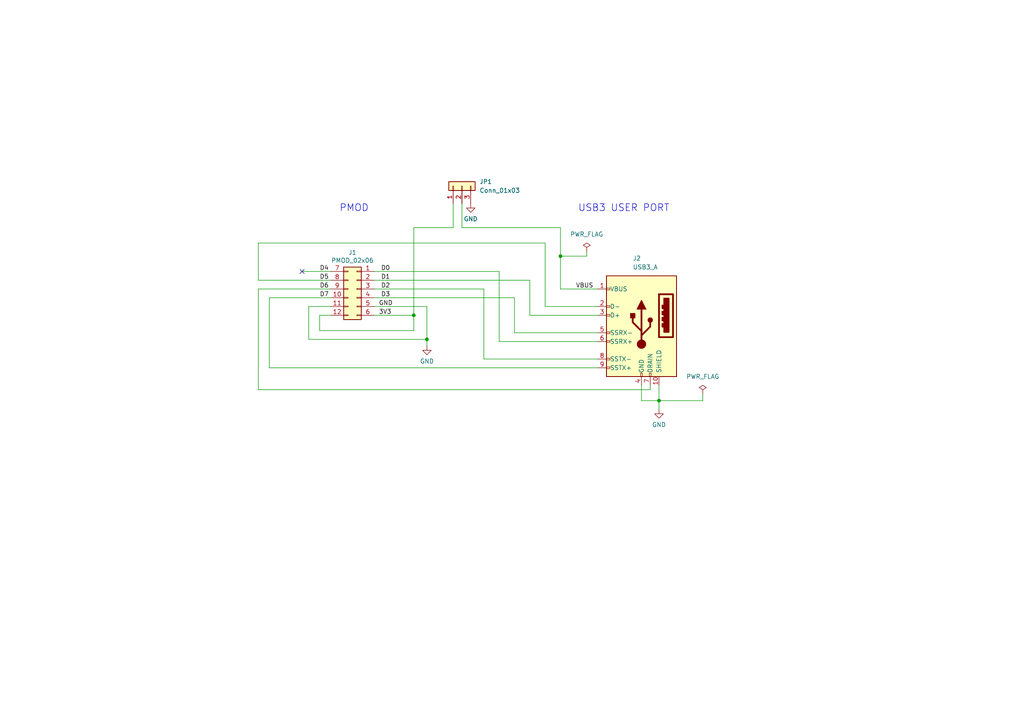
<source format=kicad_sch>
(kicad_sch (version 20211123) (generator eeschema)
  (paper "A4")
  (title_block (title "Pmod / USB3 adapters") (date "2023-02-25") (rev "${VERSION}") (comment 2 "2023 @somhi <@somhic at telegram>") (comment 3 "License: CC-BY-SA 4.0"))
  (lib_symbols
    (symbol "Connector:USB3_A" (pin_names (offset 1.016))
      (property "Reference" "J" (at -10.16 15.24 0))
      (property "Value" "USB3_A" (at 10.16 15.24 0))
      (symbol "USB3_A_0_0"
        (rectangle (start -9.144 8.636) (end -5.08 -3.81) (stroke (width 0.508)))
        (rectangle (start -7.874 7.366) (end -6.604 -2.286) (stroke (width 0.508)) (fill (type outline)))
        (rectangle (start -6.35 0) (end -6.096 -0.762) (stroke (width 0.508)))
        (rectangle (start -6.35 1.778) (end -6.096 1.016) (stroke (width 0.508)))
        (rectangle (start -6.35 3.556) (end -6.096 2.794) (stroke (width 0.508)))
        (rectangle (start -6.35 5.334) (end -6.096 4.572) (stroke (width 0.508)))
        (rectangle (start -2.794 -15.24) (end -2.286 -14.224))
        (rectangle (start -0.254 -15.24) (end 0.254 -14.224))
        (rectangle (start 10.16 -12.446) (end 9.144 -12.954))
        (rectangle (start 10.16 -9.906) (end 9.144 -10.414))
        (rectangle (start 10.16 -4.826) (end 9.144 -5.334))
        (rectangle (start 10.16 -2.286) (end 9.144 -2.794))
        (rectangle (start 10.16 2.794) (end 9.144 2.286))
        (rectangle (start 10.16 5.334) (end 9.144 4.826))
        (rectangle (start 10.16 10.414) (end 9.144 9.906))
      )
      (symbol "USB3_A_0_1"
        (rectangle (start -10.16 13.97) (end 10.16 -15.24) (stroke (width 0.254)) (fill (type background)))
      )
      (symbol "USB3_A_1_1"
        (circle (center -2.54 1.143) (radius 0.635) (stroke (width 0.254)) (fill (type outline)))
        (circle (center 0 -5.842) (radius 1.27) (fill (type outline)))
        (polyline (pts (xy 0 -5.842) (xy 0 4.318)) (stroke (width 0.508)))
        (polyline (pts (xy 0 -3.302) (xy -2.54 -0.762) (xy -2.54 0.508)) (stroke (width 0.508)))
        (polyline (pts (xy 0 -2.032) (xy 2.54 0.508) (xy 2.54 1.778)) (stroke (width 0.508)))
        (polyline (pts (xy -1.27 4.318) (xy 0 6.858) (xy 1.27 4.318) (xy -1.27 4.318)) (stroke (width 0.254)) (fill (type outline)))
        (rectangle (start 1.905 1.778) (end 3.175 3.048) (stroke (width 0.254)) (fill (type outline)))
        (pin power_in line (at 12.7 10.16 180) (length 2.54) (name "VBUS") (number "1"))
        (pin passive line (at -5.08 -17.78 90) (length 2.54) (name "SHIELD") (number "10"))
        (pin bidirectional line (at 12.7 5.08 180) (length 2.54) (name "D-") (number "2"))
        (pin bidirectional line (at 12.7 2.54 180) (length 2.54) (name "D+") (number "3"))
        (pin power_in line (at 0 -17.78 90) (length 2.54) (name "GND") (number "4"))
        (pin output line (at 12.7 -2.54 180) (length 2.54) (name "SSRX-") (number "5"))
        (pin output line (at 12.7 -5.08 180) (length 2.54) (name "SSRX+") (number "6"))
        (pin passive line (at -2.54 -17.78 90) (length 2.54) (name "DRAIN") (number "7"))
        (pin input line (at 12.7 -10.16 180) (length 2.54) (name "SSTX-") (number "8"))
        (pin input line (at 12.7 -12.7 180) (length 2.54) (name "SSTX+") (number "9"))
      )
    )
    (symbol "Connector_Generic:Conn_01x03" (pin_names (offset 1.016) hide)
      (property "Reference" "J" (at 0 5.08 0))
      (property "Value" "Conn_01x03" (at 0 -5.08 0))
      (symbol "Conn_01x03_1_1"
        (rectangle (start -1.27 -2.413) (end 0 -2.667) (stroke (width 0.1524)))
        (rectangle (start -1.27 0.127) (end 0 -0.127) (stroke (width 0.1524)))
        (rectangle (start -1.27 2.667) (end 0 2.413) (stroke (width 0.1524)))
        (rectangle (start -1.27 3.81) (end 1.27 -3.81) (stroke (width 0.254)) (fill (type background)))
        (pin passive line (at -5.08 2.54 0) (length 3.81) (name "Pin_1") (number "1"))
        (pin passive line (at -5.08 0 0) (length 3.81) (name "Pin_2") (number "2"))
        (pin passive line (at -5.08 -2.54 0) (length 3.81) (name "Pin_3") (number "3"))
      )
    )
    (symbol "Connector_Generic:Conn_02x06_Top_Bottom" (pin_names (offset 1.016) hide)
      (property "Reference" "J" (at 1.27 7.62 0))
      (property "Value" "Conn_02x06_Top_Bottom" (at 1.27 -10.16 0))
      (symbol "Conn_02x06_Top_Bottom_1_1"
        (rectangle (start -1.27 -7.493) (end 0 -7.747) (stroke (width 0.1524)))
        (rectangle (start -1.27 -4.953) (end 0 -5.207) (stroke (width 0.1524)))
        (rectangle (start -1.27 -2.413) (end 0 -2.667) (stroke (width 0.1524)))
        (rectangle (start -1.27 0.127) (end 0 -0.127) (stroke (width 0.1524)))
        (rectangle (start -1.27 2.667) (end 0 2.413) (stroke (width 0.1524)))
        (rectangle (start -1.27 5.207) (end 0 4.953) (stroke (width 0.1524)))
        (rectangle (start -1.27 6.35) (end 3.81 -8.89) (stroke (width 0.254)) (fill (type background)))
        (rectangle (start 3.81 -7.493) (end 2.54 -7.747) (stroke (width 0.1524)))
        (rectangle (start 3.81 -4.953) (end 2.54 -5.207) (stroke (width 0.1524)))
        (rectangle (start 3.81 -2.413) (end 2.54 -2.667) (stroke (width 0.1524)))
        (rectangle (start 3.81 0.127) (end 2.54 -0.127) (stroke (width 0.1524)))
        (rectangle (start 3.81 2.667) (end 2.54 2.413) (stroke (width 0.1524)))
        (rectangle (start 3.81 5.207) (end 2.54 4.953) (stroke (width 0.1524)))
        (pin passive line (at -5.08 5.08 0) (length 3.81) (name "Pin_1") (number "1"))
        (pin passive line (at 7.62 -2.54 180) (length 3.81) (name "Pin_10") (number "10"))
        (pin passive line (at 7.62 -5.08 180) (length 3.81) (name "Pin_11") (number "11"))
        (pin passive line (at 7.62 -7.62 180) (length 3.81) (name "Pin_12") (number "12"))
        (pin passive line (at -5.08 2.54 0) (length 3.81) (name "Pin_2") (number "2"))
        (pin passive line (at -5.08 0 0) (length 3.81) (name "Pin_3") (number "3"))
        (pin passive line (at -5.08 -2.54 0) (length 3.81) (name "Pin_4") (number "4"))
        (pin passive line (at -5.08 -5.08 0) (length 3.81) (name "Pin_5") (number "5"))
        (pin passive line (at -5.08 -7.62 0) (length 3.81) (name "Pin_6") (number "6"))
        (pin passive line (at 7.62 5.08 180) (length 3.81) (name "Pin_7") (number "7"))
        (pin passive line (at 7.62 2.54 180) (length 3.81) (name "Pin_8") (number "8"))
        (pin passive line (at 7.62 0 180) (length 3.81) (name "Pin_9") (number "9"))
      )
    )
    (symbol "power:GND" (power) (pin_names (offset 0))
      (property "Value" "GND" (at 0 -3.81 0))
      (symbol "GND_0_1"
        (polyline (pts (xy 0 0) (xy 0 -1.27) (xy 1.27 -1.27) (xy 0 -2.54) (xy -1.27 -1.27) (xy 0 -1.27)))
      )
      (symbol "GND_1_1"
        (pin power_in line (at 0 0 270) (length 0) hide (name "GND") (number "1"))
      )
    )
    (symbol "power:PWR_FLAG" (power) (pin_numbers hide) (pin_names (offset 0) hide)
      (property "Value" "PWR_FLAG" (at 0 3.81 0))
      (symbol "PWR_FLAG_0_0"
        (pin power_out line (at 0 0 90) (length 0) (name "pwr") (number "1"))
      )
      (symbol "PWR_FLAG_0_1"
        (polyline (pts (xy 0 0) (xy 0 1.27) (xy -1.016 1.905) (xy 0 2.54) (xy 1.016 1.905) (xy 0 1.27)))
      )
    )
  )
  (junction (at 120.015 91.44))
  (junction (at 162.56 74.295))
  (junction (at 123.825 98.425))
  (junction (at 191.135 116.205))
  (no_connect (at 87.63 78.74))
  (wire (pts (xy 74.93 81.28) (xy 95.885 81.28)))
  (wire (pts (xy 95.885 88.9) (xy 89.535 88.9)))
  (wire (pts (xy 191.135 118.745) (xy 191.135 116.205)))
  (wire (pts (xy 158.115 88.9) (xy 173.355 88.9)))
  (wire (pts (xy 74.93 113.03) (xy 188.595 113.03)))
  (wire (pts (xy 108.585 86.36) (xy 149.225 86.36)))
  (wire (pts (xy 170.18 73.025) (xy 170.18 74.295)))
  (wire (pts (xy 89.535 98.425) (xy 123.825 98.425)))
  (wire (pts (xy 74.93 83.82) (xy 74.93 113.03)))
  (wire (pts (xy 140.335 104.14) (xy 173.355 104.14)))
  (wire (pts (xy 153.67 81.28) (xy 153.67 91.44)))
  (wire (pts (xy 78.105 106.68) (xy 173.355 106.68)))
  (wire (pts (xy 162.56 83.82) (xy 173.355 83.82)))
  (wire (pts (xy 191.135 111.76) (xy 191.135 116.205)))
  (wire (pts (xy 149.225 86.36) (xy 149.225 96.52)))
  (wire (pts (xy 108.585 88.9) (xy 123.825 88.9)))
  (wire (pts (xy 123.825 88.9) (xy 123.825 98.425)))
  (wire (pts (xy 153.67 91.44) (xy 173.355 91.44)))
  (wire (pts (xy 108.585 91.44) (xy 120.015 91.44)))
  (wire (pts (xy 92.71 91.44) (xy 92.71 95.885)))
  (wire (pts (xy 120.015 95.885) (xy 120.015 91.44)))
  (wire (pts (xy 78.105 86.36) (xy 95.885 86.36)))
  (wire (pts (xy 186.055 111.76) (xy 186.055 116.205)))
  (wire (pts (xy 78.105 86.36) (xy 78.105 106.68)))
  (wire (pts (xy 74.93 70.485) (xy 158.115 70.485)))
  (wire (pts (xy 120.015 66.04) (xy 120.015 91.44)))
  (wire (pts (xy 162.56 74.295) (xy 170.18 74.295)))
  (wire (pts (xy 149.225 96.52) (xy 173.355 96.52)))
  (wire (pts (xy 188.595 111.76) (xy 188.595 113.03)))
  (wire (pts (xy 162.56 74.295) (xy 162.56 83.82)))
  (wire (pts (xy 123.825 98.425) (xy 123.825 100.33)))
  (wire (pts (xy 108.585 81.28) (xy 153.67 81.28)))
  (wire (pts (xy 108.585 83.82) (xy 140.335 83.82)))
  (wire (pts (xy 131.445 59.055) (xy 131.445 66.04)))
  (wire (pts (xy 108.585 78.74) (xy 144.78 78.74)))
  (wire (pts (xy 133.985 66.04) (xy 162.56 66.04)))
  (wire (pts (xy 120.015 66.04) (xy 131.445 66.04)))
  (wire (pts (xy 203.835 116.205) (xy 191.135 116.205)))
  (wire (pts (xy 186.055 116.205) (xy 191.135 116.205)))
  (wire (pts (xy 144.78 99.06) (xy 173.355 99.06)))
  (wire (pts (xy 144.78 78.74) (xy 144.78 99.06)))
  (wire (pts (xy 158.115 70.485) (xy 158.115 88.9)))
  (wire (pts (xy 162.56 66.04) (xy 162.56 74.295)))
  (wire (pts (xy 140.335 83.82) (xy 140.335 104.14)))
  (wire (pts (xy 92.71 95.885) (xy 120.015 95.885)))
  (wire (pts (xy 203.835 114.3) (xy 203.835 116.205)))
  (wire (pts (xy 74.93 81.28) (xy 74.93 70.485)))
  (wire (pts (xy 87.63 78.74) (xy 95.885 78.74)))
  (wire (pts (xy 74.93 83.82) (xy 95.885 83.82)))
  (wire (pts (xy 133.985 59.055) (xy 133.985 66.04)))
  (wire (pts (xy 95.885 91.44) (xy 92.71 91.44)))
  (wire (pts (xy 89.535 88.9) (xy 89.535 98.425)))
  (text "PMOD" (at 98.425 61.595 0) (effects (font (size 2 2)) (justify left bottom)))
  (text "USB3 USER PORT" (at 167.64 61.595 0) (effects (font (size 2 2)) (justify left bottom)))
  (label "D5" (at 92.71 81.28 0))
  (label "D6" (at 92.71 83.82 0))
  (label "D2" (at 110.49 83.82 0))
  (label "D7" (at 92.71 86.36 0))
  (label "3V3" (at 109.855 91.44 0))
  (label "D1" (at 110.49 81.28 0))
  (label "D0" (at 110.49 78.74 0))
  (label "D4" (at 92.71 78.74 0))
  (label "D3" (at 110.49 86.36 0))
  (label "GND" (at 109.855 88.9 0))
  (label "VBUS" (at 167.005 83.82 0))
  (symbol (lib_id "Connector_Generic:Conn_02x06_Top_Bottom") (at 103.505 83.82 0) (mirror y) (unit 1)
    (property "Reference" "J1" (at 102.235 73.2282 0))
    (property "Value" "PMOD_02x06" (at 102.235 75.5396 0))
    (property "Footprint" "FM4DD:PMODHeader_2x06_P2.54mm_Horizontal" (effects hide))
  )
  (symbol (lib_id "power:GND") (at 136.525 59.055 0) (unit 1)
    (property "Reference" "#PWR01" (effects hide))
    (property "Value" "GND" (at 136.525 63.5 0))
  )
  (symbol (lib_id "power:GND") (at 191.135 118.745 0) (unit 1)
    (property "Reference" "#PWR0102" (effects hide))
    (property "Value" "GND" (at 191.135 123.19 0))
  )
  (symbol (lib_id "Connector:USB3_A") (at 186.055 93.98 0) (mirror y) (unit 1)
    (property "Reference" "J2" (at 183.515 74.93 0) (effects (justify right)))
    (property "Value" "USB3_A" (at 183.515 77.47 0) (effects (justify right)))
    (property "Footprint" "varis:USB-3.0-TH_C69073" (effects hide))
    (property "old_FP" "Connector_USB:USB3_A_Molex_48393-001" (effects hide))
  )
  (symbol (lib_id "power:PWR_FLAG") (at 203.835 114.3 0) (unit 1)
    (property "Reference" "#FLG0101" (effects hide))
    (property "Value" "PWR_FLAG" (at 203.835 109.22 0))
  )
  (symbol (lib_id "power:GND") (at 123.825 100.33 0) (unit 1)
    (property "Reference" "#PWR0101" (effects hide))
    (property "Value" "GND" (at 123.825 104.775 0))
  )
  (symbol (lib_id "power:PWR_FLAG") (at 170.18 73.025 0) (unit 1)
    (property "Reference" "#FLG0102" (effects hide))
    (property "Value" "PWR_FLAG" (at 170.18 67.945 0))
  )
  (symbol (lib_id "Connector_Generic:Conn_01x03") (at 133.985 53.975 90) (unit 1)
    (property "Reference" "JP1" (at 139.065 52.7049 90) (effects (justify right)))
    (property "Value" "Conn_01x03" (at 139.065 55.2449 90) (effects (justify right)))
    (property "Footprint" "Connector_PinHeader_2.54mm:PinHeader_1x03_P2.54mm_Vertical" (effects hide))
  )
)
</source>
